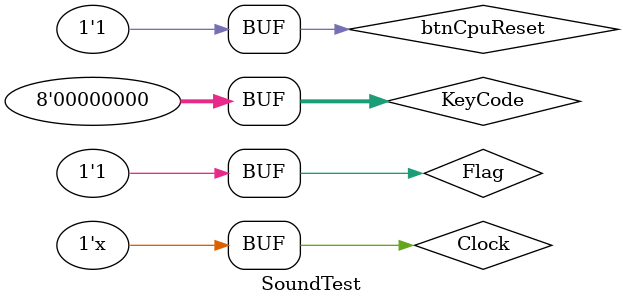
<source format=v>
`timescale 1ns / 1ps


module SoundTest;

	// Inputs
	reg Clock;
	reg btnCpuReset;
	reg [7:0] KeyCode;
	reg Flag;

	// Outputs
	wire JA;
	wire ampPWM;
	wire ampSD;

	// Instantiate the Unit Under Test (UUT)
	DecoderAndSynth uut (
		.Clock(Clock), 
		.btnCpuReset(btnCpuReset), 
		.KeyCode(KeyCode), 
		.Flag(Flag), 
		.JA(JA), 
		.ampPWM(ampPWM), 
		.ampSD(ampSD)
	);

	always
		#5 Clock = ~Clock;

	initial begin
		// Initialize Inputs
		Clock = 0;
		btnCpuReset = 0;
		KeyCode = 0;
		Flag = 0;

		// Wait 100 ns for global reset to finish
		#100;
       #4 btnCpuReset = 1;
		 Flag = 1;
		 
		 
		#250 KeyCode = 8'h0D;
		#250 KeyCode = 8'h00;
		
		#500 KeyCode = 8'h1D;
		#500 KeyCode = 8'h00;
		// Add stimulus here

	end
      
endmodule


</source>
